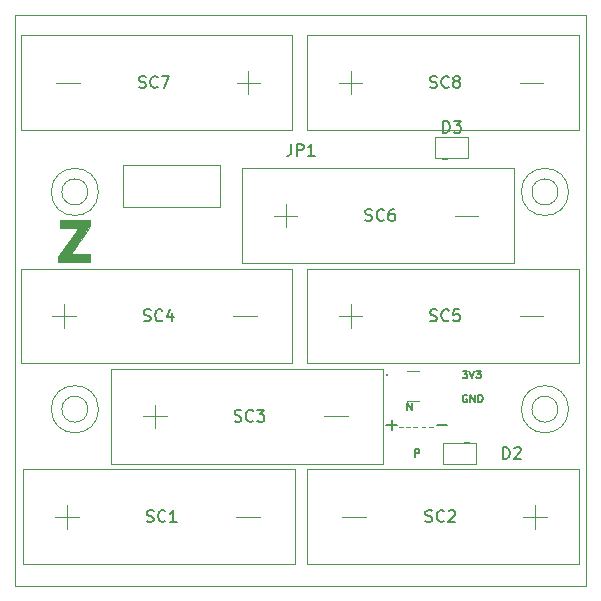
<source format=gbr>
%TF.GenerationSoftware,KiCad,Pcbnew,(5.1.4)-1*%
%TF.CreationDate,2019-10-25T20:37:58-07:00*%
%TF.ProjectId,SolarCellZ_v1,536f6c61-7243-4656-9c6c-5a5f76312e6b,rev?*%
%TF.SameCoordinates,Original*%
%TF.FileFunction,Legend,Top*%
%TF.FilePolarity,Positive*%
%FSLAX46Y46*%
G04 Gerber Fmt 4.6, Leading zero omitted, Abs format (unit mm)*
G04 Created by KiCad (PCBNEW (5.1.4)-1) date 2019-10-25 20:37:58*
%MOMM*%
%LPD*%
G04 APERTURE LIST*
%ADD10C,0.127000*%
%ADD11C,0.203200*%
%ADD12C,0.120000*%
%ADD13C,0.050000*%
%ADD14C,0.010000*%
%ADD15C,0.100000*%
%ADD16C,0.150000*%
G04 APERTURE END LIST*
D10*
X127928309Y-70137261D02*
X128321404Y-70137261D01*
X128109738Y-70379166D01*
X128200452Y-70379166D01*
X128260928Y-70409404D01*
X128291166Y-70439642D01*
X128321404Y-70500119D01*
X128321404Y-70651309D01*
X128291166Y-70711785D01*
X128260928Y-70742023D01*
X128200452Y-70772261D01*
X128019023Y-70772261D01*
X127958547Y-70742023D01*
X127928309Y-70711785D01*
X128502833Y-70137261D02*
X128714500Y-70772261D01*
X128926166Y-70137261D01*
X129077357Y-70137261D02*
X129470452Y-70137261D01*
X129258785Y-70379166D01*
X129349500Y-70379166D01*
X129409976Y-70409404D01*
X129440214Y-70439642D01*
X129470452Y-70500119D01*
X129470452Y-70651309D01*
X129440214Y-70711785D01*
X129409976Y-70742023D01*
X129349500Y-70772261D01*
X129168071Y-70772261D01*
X129107595Y-70742023D01*
X129077357Y-70711785D01*
D11*
X121484571Y-74757642D02*
X122355428Y-74757642D01*
X121920000Y-75193071D02*
X121920000Y-74322214D01*
D10*
X128294190Y-72199500D02*
X128233714Y-72169261D01*
X128143000Y-72169261D01*
X128052285Y-72199500D01*
X127991809Y-72259976D01*
X127961571Y-72320452D01*
X127931333Y-72441404D01*
X127931333Y-72532119D01*
X127961571Y-72653071D01*
X127991809Y-72713547D01*
X128052285Y-72774023D01*
X128143000Y-72804261D01*
X128203476Y-72804261D01*
X128294190Y-72774023D01*
X128324428Y-72743785D01*
X128324428Y-72532119D01*
X128203476Y-72532119D01*
X128596571Y-72804261D02*
X128596571Y-72169261D01*
X128959428Y-72804261D01*
X128959428Y-72169261D01*
X129261809Y-72804261D02*
X129261809Y-72169261D01*
X129413000Y-72169261D01*
X129503714Y-72199500D01*
X129564190Y-72259976D01*
X129594428Y-72320452D01*
X129624666Y-72441404D01*
X129624666Y-72532119D01*
X129594428Y-72653071D01*
X129564190Y-72713547D01*
X129503714Y-72774023D01*
X129413000Y-72804261D01*
X129261809Y-72804261D01*
X123625428Y-72864738D02*
X123625428Y-73499738D01*
X123262571Y-72864738D01*
X123262571Y-73499738D01*
X123912690Y-77439761D02*
X123912690Y-76804761D01*
X124154595Y-76804761D01*
X124215071Y-76835000D01*
X124245309Y-76865238D01*
X124275547Y-76925714D01*
X124275547Y-77016428D01*
X124245309Y-77076904D01*
X124215071Y-77107142D01*
X124154595Y-77137380D01*
X123912690Y-77137380D01*
D11*
X125739071Y-74757642D02*
X126609928Y-74757642D01*
D12*
X124079000Y-74866500D02*
X123761500Y-74866500D01*
X123126500Y-74866500D02*
X123444000Y-74866500D01*
X122872500Y-74866500D02*
X122555000Y-74866500D01*
X125412500Y-74866500D02*
X125095000Y-74866500D01*
X124460000Y-74866500D02*
X124777500Y-74866500D01*
D13*
X99200000Y-52750000D02*
X99200000Y-56250000D01*
X99200000Y-56250000D02*
X107400000Y-56250000D01*
X107400000Y-52750000D02*
X107400000Y-56250000D01*
X99200000Y-52750000D02*
X107400000Y-52750000D01*
X97100000Y-73400000D02*
G75*
G03X97100000Y-73400000I-2000000J0D01*
G01*
X136900000Y-73400000D02*
G75*
G03X136900000Y-73400000I-2000000J0D01*
G01*
X136900000Y-55000000D02*
G75*
G03X136900000Y-55000000I-2000000J0D01*
G01*
D12*
X97100000Y-55000000D02*
G75*
G03X97100000Y-55000000I-2000000J0D01*
G01*
D13*
X96200000Y-73400000D02*
G75*
G03X96200000Y-73400000I-1100000J0D01*
G01*
X136000000Y-73400000D02*
G75*
G03X136000000Y-73400000I-1100000J0D01*
G01*
X136000000Y-55000000D02*
G75*
G03X136000000Y-55000000I-1100000J0D01*
G01*
X96200000Y-55000000D02*
G75*
G03X96200000Y-55000000I-1100000J0D01*
G01*
X138400000Y-88400000D02*
X90000000Y-88400000D01*
X90000000Y-88400000D02*
X90000000Y-40000000D01*
X138400000Y-40000000D02*
X138400000Y-88400000D01*
X90000000Y-40000000D02*
X138400000Y-40000000D01*
D14*
G36*
X96393000Y-57875733D02*
G01*
X95579580Y-59056492D01*
X95472400Y-59212146D01*
X95369225Y-59362122D01*
X95270975Y-59505075D01*
X95178571Y-59639661D01*
X95092932Y-59764536D01*
X95014978Y-59878354D01*
X94945629Y-59979772D01*
X94885804Y-60067446D01*
X94836424Y-60140031D01*
X94798408Y-60196181D01*
X94772676Y-60234554D01*
X94760148Y-60253805D01*
X94759071Y-60255725D01*
X94760189Y-60259444D01*
X94767749Y-60262638D01*
X94783466Y-60265347D01*
X94809055Y-60267609D01*
X94846230Y-60269462D01*
X94896705Y-60270944D01*
X94962195Y-60272093D01*
X95044414Y-60272949D01*
X95145076Y-60273549D01*
X95265897Y-60273932D01*
X95408589Y-60274136D01*
X95574869Y-60274199D01*
X95585191Y-60274200D01*
X96418400Y-60274200D01*
X96418400Y-60934600D01*
X93687900Y-60934600D01*
X93687900Y-60495927D01*
X94526100Y-59290046D01*
X94635096Y-59133153D01*
X94739964Y-58982041D01*
X94839797Y-58838021D01*
X94933693Y-58702404D01*
X95020746Y-58576502D01*
X95100053Y-58461627D01*
X95170711Y-58359089D01*
X95231813Y-58270200D01*
X95282457Y-58196271D01*
X95321739Y-58138614D01*
X95348754Y-58098540D01*
X95362598Y-58077361D01*
X95364300Y-58074282D01*
X95351965Y-58072511D01*
X95316426Y-58070843D01*
X95259878Y-58069304D01*
X95184514Y-58067924D01*
X95092531Y-58066731D01*
X94986123Y-58065754D01*
X94867486Y-58065020D01*
X94738814Y-58064559D01*
X94602302Y-58064400D01*
X93840300Y-58064400D01*
X93840300Y-57404000D01*
X96393000Y-57404000D01*
X96393000Y-57875733D01*
X96393000Y-57875733D01*
G37*
X96393000Y-57875733D02*
X95579580Y-59056492D01*
X95472400Y-59212146D01*
X95369225Y-59362122D01*
X95270975Y-59505075D01*
X95178571Y-59639661D01*
X95092932Y-59764536D01*
X95014978Y-59878354D01*
X94945629Y-59979772D01*
X94885804Y-60067446D01*
X94836424Y-60140031D01*
X94798408Y-60196181D01*
X94772676Y-60234554D01*
X94760148Y-60253805D01*
X94759071Y-60255725D01*
X94760189Y-60259444D01*
X94767749Y-60262638D01*
X94783466Y-60265347D01*
X94809055Y-60267609D01*
X94846230Y-60269462D01*
X94896705Y-60270944D01*
X94962195Y-60272093D01*
X95044414Y-60272949D01*
X95145076Y-60273549D01*
X95265897Y-60273932D01*
X95408589Y-60274136D01*
X95574869Y-60274199D01*
X95585191Y-60274200D01*
X96418400Y-60274200D01*
X96418400Y-60934600D01*
X93687900Y-60934600D01*
X93687900Y-60495927D01*
X94526100Y-59290046D01*
X94635096Y-59133153D01*
X94739964Y-58982041D01*
X94839797Y-58838021D01*
X94933693Y-58702404D01*
X95020746Y-58576502D01*
X95100053Y-58461627D01*
X95170711Y-58359089D01*
X95231813Y-58270200D01*
X95282457Y-58196271D01*
X95321739Y-58138614D01*
X95348754Y-58098540D01*
X95362598Y-58077361D01*
X95364300Y-58074282D01*
X95351965Y-58072511D01*
X95316426Y-58070843D01*
X95259878Y-58069304D01*
X95184514Y-58067924D01*
X95092531Y-58066731D01*
X94986123Y-58065754D01*
X94867486Y-58065020D01*
X94738814Y-58064559D01*
X94602302Y-58064400D01*
X93840300Y-58064400D01*
X93840300Y-57404000D01*
X96393000Y-57404000D01*
X96393000Y-57875733D01*
D15*
X121561500Y-70487500D02*
G75*
G02X121461500Y-70487500I-50000J0D01*
G01*
X121461500Y-70487500D02*
G75*
G02X121561500Y-70487500I50000J0D01*
G01*
X121461500Y-70487500D02*
X121461500Y-70487500D01*
X121561500Y-70487500D02*
X121561500Y-70487500D01*
X123261500Y-72737500D02*
X124261500Y-72744500D01*
X123261500Y-70137500D02*
X124261500Y-70134500D01*
D12*
X132750000Y-45750000D02*
X134750000Y-45750000D01*
X117450000Y-45750000D02*
X119450000Y-45750000D01*
X118450000Y-44750000D02*
X118450000Y-46750000D01*
X114750000Y-49750000D02*
X114750000Y-41750000D01*
X137750000Y-49750000D02*
X114750000Y-49750000D01*
X137750000Y-41750000D02*
X137750000Y-49750000D01*
X114750000Y-41750000D02*
X137750000Y-41750000D01*
X95500000Y-45750000D02*
X93500000Y-45750000D01*
X110800000Y-45750000D02*
X108800000Y-45750000D01*
X109800000Y-46750000D02*
X109800000Y-44750000D01*
X113500000Y-41750000D02*
X113500000Y-49750000D01*
X90500000Y-41750000D02*
X113500000Y-41750000D01*
X90500000Y-49750000D02*
X90500000Y-41750000D01*
X113500000Y-49750000D02*
X90500000Y-49750000D01*
X127250000Y-57000000D02*
X129250000Y-57000000D01*
X111950000Y-57000000D02*
X113950000Y-57000000D01*
X112950000Y-56000000D02*
X112950000Y-58000000D01*
X109250000Y-61000000D02*
X109250000Y-53000000D01*
X132250000Y-61000000D02*
X109250000Y-61000000D01*
X132250000Y-53000000D02*
X132250000Y-61000000D01*
X109250000Y-53000000D02*
X132250000Y-53000000D01*
X132750000Y-65500000D02*
X134750000Y-65500000D01*
X117450000Y-65500000D02*
X119450000Y-65500000D01*
X118450000Y-64500000D02*
X118450000Y-66500000D01*
X114750000Y-69500000D02*
X114750000Y-61500000D01*
X137750000Y-69500000D02*
X114750000Y-69500000D01*
X137750000Y-61500000D02*
X137750000Y-69500000D01*
X114750000Y-61500000D02*
X137750000Y-61500000D01*
X108500000Y-65500000D02*
X110500000Y-65500000D01*
X93200000Y-65500000D02*
X95200000Y-65500000D01*
X94200000Y-64500000D02*
X94200000Y-66500000D01*
X90500000Y-69500000D02*
X90500000Y-61500000D01*
X113500000Y-69500000D02*
X90500000Y-69500000D01*
X113500000Y-61500000D02*
X113500000Y-69500000D01*
X90500000Y-61500000D02*
X113500000Y-61500000D01*
X116187000Y-74000000D02*
X118187000Y-74000000D01*
X100887000Y-74000000D02*
X102887000Y-74000000D01*
X101887000Y-73000000D02*
X101887000Y-75000000D01*
X98187000Y-78000000D02*
X98187000Y-70000000D01*
X121187000Y-78000000D02*
X98187000Y-78000000D01*
X121187000Y-70000000D02*
X121187000Y-78000000D01*
X98187000Y-70000000D02*
X121187000Y-70000000D01*
X119750000Y-82500000D02*
X117750000Y-82500000D01*
X135050000Y-82500000D02*
X133050000Y-82500000D01*
X134050000Y-83500000D02*
X134050000Y-81500000D01*
X137750000Y-78500000D02*
X137750000Y-86500000D01*
X114750000Y-78500000D02*
X137750000Y-78500000D01*
X114750000Y-86500000D02*
X114750000Y-78500000D01*
X137750000Y-86500000D02*
X114750000Y-86500000D01*
X108750000Y-82500000D02*
X110750000Y-82500000D01*
X93450000Y-82500000D02*
X95450000Y-82500000D01*
X94450000Y-81500000D02*
X94450000Y-83500000D01*
X90750000Y-86500000D02*
X90750000Y-78500000D01*
X113750000Y-86500000D02*
X90750000Y-86500000D01*
X113750000Y-78500000D02*
X113750000Y-86500000D01*
X90750000Y-78500000D02*
X113750000Y-78500000D01*
X126200000Y-52250000D02*
X126600000Y-52250000D01*
X125600000Y-50350000D02*
X128400000Y-50350000D01*
X125600000Y-52150000D02*
X125600000Y-50350000D01*
X128400000Y-52150000D02*
X125600000Y-52150000D01*
X128400000Y-50350000D02*
X128400000Y-52150000D01*
X128435000Y-76152500D02*
X128035000Y-76152500D01*
X129035000Y-78052500D02*
X126235000Y-78052500D01*
X129035000Y-76252500D02*
X129035000Y-78052500D01*
X126235000Y-76252500D02*
X129035000Y-76252500D01*
X126235000Y-78052500D02*
X126235000Y-76252500D01*
D16*
X113416666Y-50952380D02*
X113416666Y-51666666D01*
X113369047Y-51809523D01*
X113273809Y-51904761D01*
X113130952Y-51952380D01*
X113035714Y-51952380D01*
X113892857Y-51952380D02*
X113892857Y-50952380D01*
X114273809Y-50952380D01*
X114369047Y-51000000D01*
X114416666Y-51047619D01*
X114464285Y-51142857D01*
X114464285Y-51285714D01*
X114416666Y-51380952D01*
X114369047Y-51428571D01*
X114273809Y-51476190D01*
X113892857Y-51476190D01*
X115416666Y-51952380D02*
X114845238Y-51952380D01*
X115130952Y-51952380D02*
X115130952Y-50952380D01*
X115035714Y-51095238D01*
X114940476Y-51190476D01*
X114845238Y-51238095D01*
X125188095Y-46154761D02*
X125330952Y-46202380D01*
X125569047Y-46202380D01*
X125664285Y-46154761D01*
X125711904Y-46107142D01*
X125759523Y-46011904D01*
X125759523Y-45916666D01*
X125711904Y-45821428D01*
X125664285Y-45773809D01*
X125569047Y-45726190D01*
X125378571Y-45678571D01*
X125283333Y-45630952D01*
X125235714Y-45583333D01*
X125188095Y-45488095D01*
X125188095Y-45392857D01*
X125235714Y-45297619D01*
X125283333Y-45250000D01*
X125378571Y-45202380D01*
X125616666Y-45202380D01*
X125759523Y-45250000D01*
X126759523Y-46107142D02*
X126711904Y-46154761D01*
X126569047Y-46202380D01*
X126473809Y-46202380D01*
X126330952Y-46154761D01*
X126235714Y-46059523D01*
X126188095Y-45964285D01*
X126140476Y-45773809D01*
X126140476Y-45630952D01*
X126188095Y-45440476D01*
X126235714Y-45345238D01*
X126330952Y-45250000D01*
X126473809Y-45202380D01*
X126569047Y-45202380D01*
X126711904Y-45250000D01*
X126759523Y-45297619D01*
X127330952Y-45630952D02*
X127235714Y-45583333D01*
X127188095Y-45535714D01*
X127140476Y-45440476D01*
X127140476Y-45392857D01*
X127188095Y-45297619D01*
X127235714Y-45250000D01*
X127330952Y-45202380D01*
X127521428Y-45202380D01*
X127616666Y-45250000D01*
X127664285Y-45297619D01*
X127711904Y-45392857D01*
X127711904Y-45440476D01*
X127664285Y-45535714D01*
X127616666Y-45583333D01*
X127521428Y-45630952D01*
X127330952Y-45630952D01*
X127235714Y-45678571D01*
X127188095Y-45726190D01*
X127140476Y-45821428D01*
X127140476Y-46011904D01*
X127188095Y-46107142D01*
X127235714Y-46154761D01*
X127330952Y-46202380D01*
X127521428Y-46202380D01*
X127616666Y-46154761D01*
X127664285Y-46107142D01*
X127711904Y-46011904D01*
X127711904Y-45821428D01*
X127664285Y-45726190D01*
X127616666Y-45678571D01*
X127521428Y-45630952D01*
X100538095Y-46154761D02*
X100680952Y-46202380D01*
X100919047Y-46202380D01*
X101014285Y-46154761D01*
X101061904Y-46107142D01*
X101109523Y-46011904D01*
X101109523Y-45916666D01*
X101061904Y-45821428D01*
X101014285Y-45773809D01*
X100919047Y-45726190D01*
X100728571Y-45678571D01*
X100633333Y-45630952D01*
X100585714Y-45583333D01*
X100538095Y-45488095D01*
X100538095Y-45392857D01*
X100585714Y-45297619D01*
X100633333Y-45250000D01*
X100728571Y-45202380D01*
X100966666Y-45202380D01*
X101109523Y-45250000D01*
X102109523Y-46107142D02*
X102061904Y-46154761D01*
X101919047Y-46202380D01*
X101823809Y-46202380D01*
X101680952Y-46154761D01*
X101585714Y-46059523D01*
X101538095Y-45964285D01*
X101490476Y-45773809D01*
X101490476Y-45630952D01*
X101538095Y-45440476D01*
X101585714Y-45345238D01*
X101680952Y-45250000D01*
X101823809Y-45202380D01*
X101919047Y-45202380D01*
X102061904Y-45250000D01*
X102109523Y-45297619D01*
X102442857Y-45202380D02*
X103109523Y-45202380D01*
X102680952Y-46202380D01*
X119688095Y-57404761D02*
X119830952Y-57452380D01*
X120069047Y-57452380D01*
X120164285Y-57404761D01*
X120211904Y-57357142D01*
X120259523Y-57261904D01*
X120259523Y-57166666D01*
X120211904Y-57071428D01*
X120164285Y-57023809D01*
X120069047Y-56976190D01*
X119878571Y-56928571D01*
X119783333Y-56880952D01*
X119735714Y-56833333D01*
X119688095Y-56738095D01*
X119688095Y-56642857D01*
X119735714Y-56547619D01*
X119783333Y-56500000D01*
X119878571Y-56452380D01*
X120116666Y-56452380D01*
X120259523Y-56500000D01*
X121259523Y-57357142D02*
X121211904Y-57404761D01*
X121069047Y-57452380D01*
X120973809Y-57452380D01*
X120830952Y-57404761D01*
X120735714Y-57309523D01*
X120688095Y-57214285D01*
X120640476Y-57023809D01*
X120640476Y-56880952D01*
X120688095Y-56690476D01*
X120735714Y-56595238D01*
X120830952Y-56500000D01*
X120973809Y-56452380D01*
X121069047Y-56452380D01*
X121211904Y-56500000D01*
X121259523Y-56547619D01*
X122116666Y-56452380D02*
X121926190Y-56452380D01*
X121830952Y-56500000D01*
X121783333Y-56547619D01*
X121688095Y-56690476D01*
X121640476Y-56880952D01*
X121640476Y-57261904D01*
X121688095Y-57357142D01*
X121735714Y-57404761D01*
X121830952Y-57452380D01*
X122021428Y-57452380D01*
X122116666Y-57404761D01*
X122164285Y-57357142D01*
X122211904Y-57261904D01*
X122211904Y-57023809D01*
X122164285Y-56928571D01*
X122116666Y-56880952D01*
X122021428Y-56833333D01*
X121830952Y-56833333D01*
X121735714Y-56880952D01*
X121688095Y-56928571D01*
X121640476Y-57023809D01*
X125188095Y-65904761D02*
X125330952Y-65952380D01*
X125569047Y-65952380D01*
X125664285Y-65904761D01*
X125711904Y-65857142D01*
X125759523Y-65761904D01*
X125759523Y-65666666D01*
X125711904Y-65571428D01*
X125664285Y-65523809D01*
X125569047Y-65476190D01*
X125378571Y-65428571D01*
X125283333Y-65380952D01*
X125235714Y-65333333D01*
X125188095Y-65238095D01*
X125188095Y-65142857D01*
X125235714Y-65047619D01*
X125283333Y-65000000D01*
X125378571Y-64952380D01*
X125616666Y-64952380D01*
X125759523Y-65000000D01*
X126759523Y-65857142D02*
X126711904Y-65904761D01*
X126569047Y-65952380D01*
X126473809Y-65952380D01*
X126330952Y-65904761D01*
X126235714Y-65809523D01*
X126188095Y-65714285D01*
X126140476Y-65523809D01*
X126140476Y-65380952D01*
X126188095Y-65190476D01*
X126235714Y-65095238D01*
X126330952Y-65000000D01*
X126473809Y-64952380D01*
X126569047Y-64952380D01*
X126711904Y-65000000D01*
X126759523Y-65047619D01*
X127664285Y-64952380D02*
X127188095Y-64952380D01*
X127140476Y-65428571D01*
X127188095Y-65380952D01*
X127283333Y-65333333D01*
X127521428Y-65333333D01*
X127616666Y-65380952D01*
X127664285Y-65428571D01*
X127711904Y-65523809D01*
X127711904Y-65761904D01*
X127664285Y-65857142D01*
X127616666Y-65904761D01*
X127521428Y-65952380D01*
X127283333Y-65952380D01*
X127188095Y-65904761D01*
X127140476Y-65857142D01*
X100938095Y-65904761D02*
X101080952Y-65952380D01*
X101319047Y-65952380D01*
X101414285Y-65904761D01*
X101461904Y-65857142D01*
X101509523Y-65761904D01*
X101509523Y-65666666D01*
X101461904Y-65571428D01*
X101414285Y-65523809D01*
X101319047Y-65476190D01*
X101128571Y-65428571D01*
X101033333Y-65380952D01*
X100985714Y-65333333D01*
X100938095Y-65238095D01*
X100938095Y-65142857D01*
X100985714Y-65047619D01*
X101033333Y-65000000D01*
X101128571Y-64952380D01*
X101366666Y-64952380D01*
X101509523Y-65000000D01*
X102509523Y-65857142D02*
X102461904Y-65904761D01*
X102319047Y-65952380D01*
X102223809Y-65952380D01*
X102080952Y-65904761D01*
X101985714Y-65809523D01*
X101938095Y-65714285D01*
X101890476Y-65523809D01*
X101890476Y-65380952D01*
X101938095Y-65190476D01*
X101985714Y-65095238D01*
X102080952Y-65000000D01*
X102223809Y-64952380D01*
X102319047Y-64952380D01*
X102461904Y-65000000D01*
X102509523Y-65047619D01*
X103366666Y-65285714D02*
X103366666Y-65952380D01*
X103128571Y-64904761D02*
X102890476Y-65619047D01*
X103509523Y-65619047D01*
X108625095Y-74404761D02*
X108767952Y-74452380D01*
X109006047Y-74452380D01*
X109101285Y-74404761D01*
X109148904Y-74357142D01*
X109196523Y-74261904D01*
X109196523Y-74166666D01*
X109148904Y-74071428D01*
X109101285Y-74023809D01*
X109006047Y-73976190D01*
X108815571Y-73928571D01*
X108720333Y-73880952D01*
X108672714Y-73833333D01*
X108625095Y-73738095D01*
X108625095Y-73642857D01*
X108672714Y-73547619D01*
X108720333Y-73500000D01*
X108815571Y-73452380D01*
X109053666Y-73452380D01*
X109196523Y-73500000D01*
X110196523Y-74357142D02*
X110148904Y-74404761D01*
X110006047Y-74452380D01*
X109910809Y-74452380D01*
X109767952Y-74404761D01*
X109672714Y-74309523D01*
X109625095Y-74214285D01*
X109577476Y-74023809D01*
X109577476Y-73880952D01*
X109625095Y-73690476D01*
X109672714Y-73595238D01*
X109767952Y-73500000D01*
X109910809Y-73452380D01*
X110006047Y-73452380D01*
X110148904Y-73500000D01*
X110196523Y-73547619D01*
X110529857Y-73452380D02*
X111148904Y-73452380D01*
X110815571Y-73833333D01*
X110958428Y-73833333D01*
X111053666Y-73880952D01*
X111101285Y-73928571D01*
X111148904Y-74023809D01*
X111148904Y-74261904D01*
X111101285Y-74357142D01*
X111053666Y-74404761D01*
X110958428Y-74452380D01*
X110672714Y-74452380D01*
X110577476Y-74404761D01*
X110529857Y-74357142D01*
X124788095Y-82904761D02*
X124930952Y-82952380D01*
X125169047Y-82952380D01*
X125264285Y-82904761D01*
X125311904Y-82857142D01*
X125359523Y-82761904D01*
X125359523Y-82666666D01*
X125311904Y-82571428D01*
X125264285Y-82523809D01*
X125169047Y-82476190D01*
X124978571Y-82428571D01*
X124883333Y-82380952D01*
X124835714Y-82333333D01*
X124788095Y-82238095D01*
X124788095Y-82142857D01*
X124835714Y-82047619D01*
X124883333Y-82000000D01*
X124978571Y-81952380D01*
X125216666Y-81952380D01*
X125359523Y-82000000D01*
X126359523Y-82857142D02*
X126311904Y-82904761D01*
X126169047Y-82952380D01*
X126073809Y-82952380D01*
X125930952Y-82904761D01*
X125835714Y-82809523D01*
X125788095Y-82714285D01*
X125740476Y-82523809D01*
X125740476Y-82380952D01*
X125788095Y-82190476D01*
X125835714Y-82095238D01*
X125930952Y-82000000D01*
X126073809Y-81952380D01*
X126169047Y-81952380D01*
X126311904Y-82000000D01*
X126359523Y-82047619D01*
X126740476Y-82047619D02*
X126788095Y-82000000D01*
X126883333Y-81952380D01*
X127121428Y-81952380D01*
X127216666Y-82000000D01*
X127264285Y-82047619D01*
X127311904Y-82142857D01*
X127311904Y-82238095D01*
X127264285Y-82380952D01*
X126692857Y-82952380D01*
X127311904Y-82952380D01*
X101188095Y-82904761D02*
X101330952Y-82952380D01*
X101569047Y-82952380D01*
X101664285Y-82904761D01*
X101711904Y-82857142D01*
X101759523Y-82761904D01*
X101759523Y-82666666D01*
X101711904Y-82571428D01*
X101664285Y-82523809D01*
X101569047Y-82476190D01*
X101378571Y-82428571D01*
X101283333Y-82380952D01*
X101235714Y-82333333D01*
X101188095Y-82238095D01*
X101188095Y-82142857D01*
X101235714Y-82047619D01*
X101283333Y-82000000D01*
X101378571Y-81952380D01*
X101616666Y-81952380D01*
X101759523Y-82000000D01*
X102759523Y-82857142D02*
X102711904Y-82904761D01*
X102569047Y-82952380D01*
X102473809Y-82952380D01*
X102330952Y-82904761D01*
X102235714Y-82809523D01*
X102188095Y-82714285D01*
X102140476Y-82523809D01*
X102140476Y-82380952D01*
X102188095Y-82190476D01*
X102235714Y-82095238D01*
X102330952Y-82000000D01*
X102473809Y-81952380D01*
X102569047Y-81952380D01*
X102711904Y-82000000D01*
X102759523Y-82047619D01*
X103711904Y-82952380D02*
X103140476Y-82952380D01*
X103426190Y-82952380D02*
X103426190Y-81952380D01*
X103330952Y-82095238D01*
X103235714Y-82190476D01*
X103140476Y-82238095D01*
X126261904Y-49982380D02*
X126261904Y-48982380D01*
X126500000Y-48982380D01*
X126642857Y-49030000D01*
X126738095Y-49125238D01*
X126785714Y-49220476D01*
X126833333Y-49410952D01*
X126833333Y-49553809D01*
X126785714Y-49744285D01*
X126738095Y-49839523D01*
X126642857Y-49934761D01*
X126500000Y-49982380D01*
X126261904Y-49982380D01*
X127166666Y-48982380D02*
X127785714Y-48982380D01*
X127452380Y-49363333D01*
X127595238Y-49363333D01*
X127690476Y-49410952D01*
X127738095Y-49458571D01*
X127785714Y-49553809D01*
X127785714Y-49791904D01*
X127738095Y-49887142D01*
X127690476Y-49934761D01*
X127595238Y-49982380D01*
X127309523Y-49982380D01*
X127214285Y-49934761D01*
X127166666Y-49887142D01*
X131346904Y-77604880D02*
X131346904Y-76604880D01*
X131585000Y-76604880D01*
X131727857Y-76652500D01*
X131823095Y-76747738D01*
X131870714Y-76842976D01*
X131918333Y-77033452D01*
X131918333Y-77176309D01*
X131870714Y-77366785D01*
X131823095Y-77462023D01*
X131727857Y-77557261D01*
X131585000Y-77604880D01*
X131346904Y-77604880D01*
X132299285Y-76700119D02*
X132346904Y-76652500D01*
X132442142Y-76604880D01*
X132680238Y-76604880D01*
X132775476Y-76652500D01*
X132823095Y-76700119D01*
X132870714Y-76795357D01*
X132870714Y-76890595D01*
X132823095Y-77033452D01*
X132251666Y-77604880D01*
X132870714Y-77604880D01*
M02*

</source>
